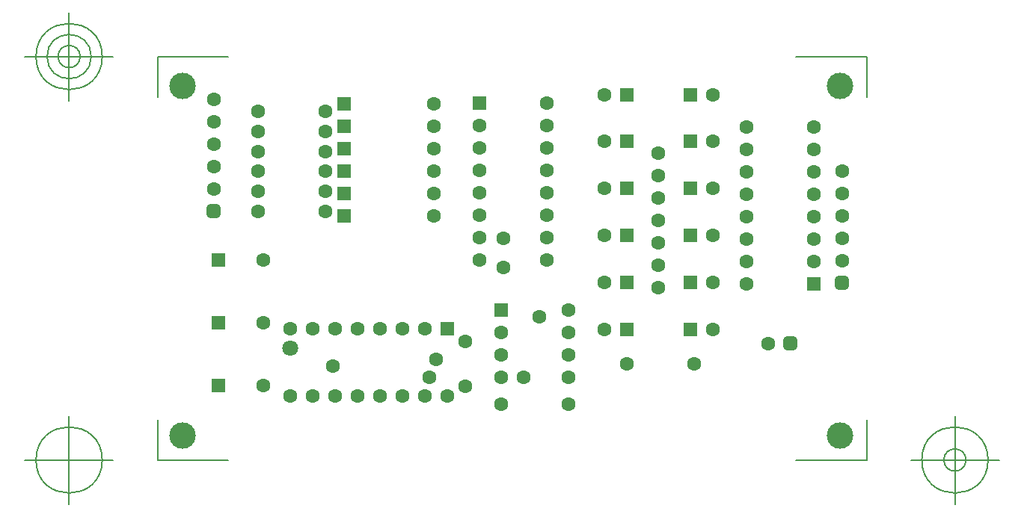
<source format=gbr>
G04 Generated by Ultiboard 14.1 *
%FSLAX34Y34*%
%MOMM*%

%ADD10C,0.0001*%
%ADD11C,0.1270*%
%ADD12C,1.6000*%
%ADD13R,1.6000X1.6000*%
%ADD14R,0.6051X0.6051*%
%ADD15C,0.9949*%
%ADD16C,1.8000*%
%ADD17C,3.0000*%


G04 ColorRGB FF00CC for the following layer *
%LNSolder Mask Top*%
%LPD*%
G54D10*
G54D11*
X-63500Y175260D02*
X-63500Y220980D01*
X-63500Y175260D02*
X16764Y175260D01*
X739144Y175260D02*
X658880Y175260D01*
X739144Y175260D02*
X739144Y220980D01*
X739144Y632460D02*
X739144Y586740D01*
X739144Y632460D02*
X658880Y632460D01*
X-63500Y632460D02*
X16764Y632460D01*
X-63500Y632460D02*
X-63500Y586740D01*
X-113500Y175260D02*
X-213500Y175260D01*
X-163500Y125260D02*
X-163500Y225260D01*
X-201000Y175260D02*
G75*
D01*
G02X-201000Y175260I37500J0*
G01*
X789144Y175260D02*
X889144Y175260D01*
X839144Y125260D02*
X839144Y225260D01*
X801644Y175260D02*
G75*
D01*
G02X801644Y175260I37500J0*
G01*
X826644Y175260D02*
G75*
D01*
G02X826644Y175260I12500J0*
G01*
X-113500Y632460D02*
X-213500Y632460D01*
X-163500Y582460D02*
X-163500Y682460D01*
X-201000Y632460D02*
G75*
D01*
G02X-201000Y632460I37500J0*
G01*
X-188500Y632460D02*
G75*
D01*
G02X-188500Y632460I25000J0*
G01*
X-176000Y632460D02*
G75*
D01*
G02X-176000Y632460I12500J0*
G01*
G54D12*
X327660Y426720D03*
X327660Y393700D03*
X243840Y269240D03*
X134620Y281940D03*
X350520Y269240D03*
X368300Y337820D03*
X251460Y289560D03*
X325120Y238760D03*
X401320Y238760D03*
X248920Y579120D03*
X0Y482600D03*
X0Y508000D03*
X0Y558800D03*
X0Y533400D03*
X0Y584200D03*
X56380Y401820D03*
X248920Y553720D03*
X126175Y570248D03*
X49975Y570248D03*
X126175Y547665D03*
X49975Y547665D03*
X248920Y528320D03*
X126175Y525081D03*
X49975Y525081D03*
X248920Y502920D03*
X126175Y502497D03*
X49975Y502497D03*
X248920Y477520D03*
X126175Y479914D03*
X49975Y479914D03*
X248920Y452120D03*
X126175Y457330D03*
X49975Y457330D03*
X56380Y330700D03*
X56380Y259580D03*
X711200Y401320D03*
X711200Y426720D03*
X711200Y477520D03*
X711200Y452120D03*
X711200Y502920D03*
X325120Y269240D03*
X401320Y269240D03*
X401320Y345440D03*
X325120Y320040D03*
X325120Y294640D03*
X401320Y320040D03*
X401320Y294640D03*
X442557Y429677D03*
X442557Y482916D03*
X442557Y536154D03*
X442557Y589392D03*
X442557Y323201D03*
X467360Y284480D03*
X543560Y284480D03*
X300618Y402017D03*
X376818Y579817D03*
X300618Y529017D03*
X300618Y554417D03*
X300618Y503617D03*
X300618Y452817D03*
X300618Y478217D03*
X300618Y427417D03*
X376818Y427417D03*
X376818Y503617D03*
X376818Y529017D03*
X376818Y554417D03*
X376818Y452817D03*
X376818Y478217D03*
X376818Y402017D03*
X627380Y307340D03*
X188657Y248022D03*
X87057Y324222D03*
X264857Y248022D03*
X214057Y324222D03*
X239457Y324222D03*
X188657Y324222D03*
X137857Y324222D03*
X163257Y324222D03*
X112457Y324222D03*
X112457Y248022D03*
X214057Y248022D03*
X239457Y248022D03*
X137857Y248022D03*
X163257Y248022D03*
X87057Y248022D03*
X565516Y323201D03*
X565516Y429677D03*
X565516Y482916D03*
X565516Y536154D03*
X565516Y589392D03*
X679822Y553023D03*
X679822Y426023D03*
X679822Y400623D03*
X679822Y451423D03*
X679822Y502223D03*
X679822Y476823D03*
X679822Y527623D03*
X603622Y375223D03*
X603622Y527623D03*
X603622Y451423D03*
X603622Y426023D03*
X603622Y400623D03*
X603622Y502223D03*
X603622Y476823D03*
X603622Y553023D03*
X442557Y376439D03*
X502920Y497840D03*
X502920Y421640D03*
X502920Y370840D03*
X502920Y396240D03*
X502920Y447040D03*
X502920Y472440D03*
X502920Y523240D03*
X565516Y376439D03*
X284480Y309880D03*
X284480Y259080D03*
G54D13*
X147320Y579120D03*
X5580Y401820D03*
X147320Y553720D03*
X147320Y528320D03*
X147320Y502920D03*
X147320Y477520D03*
X147320Y452120D03*
X5580Y330700D03*
X5580Y259580D03*
X325120Y345440D03*
X467957Y429677D03*
X467957Y482916D03*
X467957Y536154D03*
X467957Y589392D03*
X467957Y323201D03*
X300618Y579817D03*
X264857Y324222D03*
X540116Y323201D03*
X540116Y429677D03*
X540116Y482916D03*
X540116Y536154D03*
X540116Y589392D03*
X679822Y375223D03*
X467957Y376439D03*
X540116Y376439D03*
G54D14*
X0Y457200D03*
X711200Y375920D03*
X652780Y307340D03*
G54D15*
X-3025Y454175D02*
X3025Y454175D01*
X3025Y460225D01*
X-3025Y460225D01*
X-3025Y454175D01*D02*
X708175Y372895D02*
X714225Y372895D01*
X714225Y378945D01*
X708175Y378945D01*
X708175Y372895D01*D02*
X649755Y304315D02*
X655805Y304315D01*
X655805Y310365D01*
X649755Y310365D01*
X649755Y304315D01*D02*
G54D16*
X86360Y302260D03*
G54D17*
X-35560Y599440D03*
X-35560Y203200D03*
X708660Y203200D03*
X708660Y599440D03*

M02*

</source>
